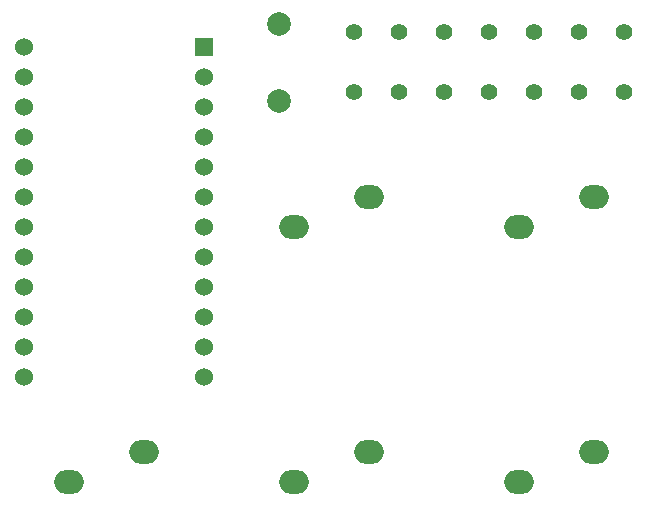
<source format=gbr>
G04 #@! TF.GenerationSoftware,KiCad,Pcbnew,(5.1.2)-1*
G04 #@! TF.CreationDate,2022-03-23T05:29:32+09:00*
G04 #@! TF.ProjectId,pcb,7063622e-6b69-4636-9164-5f7063625858,rev?*
G04 #@! TF.SameCoordinates,Original*
G04 #@! TF.FileFunction,Copper,L1,Top*
G04 #@! TF.FilePolarity,Positive*
%FSLAX46Y46*%
G04 Gerber Fmt 4.6, Leading zero omitted, Abs format (unit mm)*
G04 Created by KiCad (PCBNEW (5.1.2)-1) date 2022-03-23 05:29:32*
%MOMM*%
%LPD*%
G04 APERTURE LIST*
%ADD10O,2.500000X2.000000*%
%ADD11C,1.397000*%
%ADD12R,1.524000X1.524000*%
%ADD13C,1.524000*%
%ADD14C,2.000000*%
G04 APERTURE END LIST*
D10*
X62230000Y-173990000D03*
X55880000Y-176530000D03*
X74930000Y-154940000D03*
X81280000Y-152400000D03*
D11*
X60960000Y-138430000D03*
X60960000Y-143510000D03*
X64770000Y-138430000D03*
X64770000Y-143510000D03*
X68580000Y-138430000D03*
X68580000Y-143510000D03*
X72390000Y-138430000D03*
X72390000Y-143510000D03*
X76200000Y-138430000D03*
X76200000Y-143510000D03*
X80010000Y-138430000D03*
X80010000Y-143510000D03*
X83820000Y-138430000D03*
X83820000Y-143510000D03*
D10*
X55880000Y-154940000D03*
X62230000Y-152400000D03*
D12*
X48260000Y-139700000D03*
D13*
X48260000Y-142240000D03*
X48260000Y-144780000D03*
X48260000Y-147320000D03*
X48260000Y-149860000D03*
X48260000Y-152400000D03*
X48260000Y-154940000D03*
X48260000Y-157480000D03*
X48260000Y-160020000D03*
X48260000Y-162560000D03*
X48260000Y-165100000D03*
X48260000Y-167640000D03*
X33020000Y-139700000D03*
X33020000Y-142240000D03*
X33020000Y-144780000D03*
X33020000Y-147320000D03*
X33020000Y-149860000D03*
X33020000Y-152400000D03*
X33020000Y-154940000D03*
X33020000Y-157480000D03*
X33020000Y-160020000D03*
X33020000Y-162560000D03*
X33020000Y-165100000D03*
X33020000Y-167640000D03*
D10*
X43180000Y-173990000D03*
X36830000Y-176530000D03*
X81280000Y-173990000D03*
X74930000Y-176530000D03*
D14*
X54610000Y-137720000D03*
X54610000Y-144220000D03*
M02*

</source>
